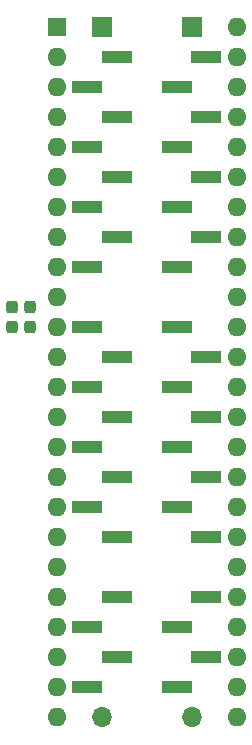
<source format=gbr>
G04 #@! TF.GenerationSoftware,KiCad,Pcbnew,9.0.7-9.0.7~ubuntu25.10.1*
G04 #@! TF.CreationDate,2026-01-14T17:34:39+09:00*
G04 #@! TF.ProjectId,bionic-z8001,62696f6e-6963-42d7-9a38-3030312e6b69,1*
G04 #@! TF.SameCoordinates,Original*
G04 #@! TF.FileFunction,Soldermask,Bot*
G04 #@! TF.FilePolarity,Negative*
%FSLAX46Y46*%
G04 Gerber Fmt 4.6, Leading zero omitted, Abs format (unit mm)*
G04 Created by KiCad (PCBNEW 9.0.7-9.0.7~ubuntu25.10.1) date 2026-01-14 17:34:39*
%MOMM*%
%LPD*%
G01*
G04 APERTURE LIST*
G04 Aperture macros list*
%AMRoundRect*
0 Rectangle with rounded corners*
0 $1 Rounding radius*
0 $2 $3 $4 $5 $6 $7 $8 $9 X,Y pos of 4 corners*
0 Add a 4 corners polygon primitive as box body*
4,1,4,$2,$3,$4,$5,$6,$7,$8,$9,$2,$3,0*
0 Add four circle primitives for the rounded corners*
1,1,$1+$1,$2,$3*
1,1,$1+$1,$4,$5*
1,1,$1+$1,$6,$7*
1,1,$1+$1,$8,$9*
0 Add four rect primitives between the rounded corners*
20,1,$1+$1,$2,$3,$4,$5,0*
20,1,$1+$1,$4,$5,$6,$7,0*
20,1,$1+$1,$6,$7,$8,$9,0*
20,1,$1+$1,$8,$9,$2,$3,0*%
G04 Aperture macros list end*
%ADD10RoundRect,0.237500X0.237500X-0.300000X0.237500X0.300000X-0.237500X0.300000X-0.237500X-0.300000X0*%
%ADD11R,1.600000X1.600000*%
%ADD12O,1.600000X1.600000*%
%ADD13O,1.700000X1.700000*%
%ADD14R,2.510000X1.000000*%
%ADD15R,1.700000X1.700000*%
G04 APERTURE END LIST*
D10*
X102244600Y-100454600D03*
X102244600Y-98729600D03*
X103819400Y-100453500D03*
X103819400Y-98728500D03*
D11*
X106080000Y-75080000D03*
D12*
X106080000Y-77620000D03*
X106080000Y-80160000D03*
X106080000Y-82700000D03*
X106080000Y-85240000D03*
X106080000Y-87780000D03*
X106080000Y-90320000D03*
X106080000Y-92860000D03*
X106080000Y-95400000D03*
X106080000Y-97940000D03*
X106080000Y-100480000D03*
X106080000Y-103020000D03*
X106080000Y-105560000D03*
X106080000Y-108100000D03*
X106080000Y-110640000D03*
X106080000Y-113180000D03*
X106080000Y-115720000D03*
X106080000Y-118260000D03*
X106080000Y-120800000D03*
X106080000Y-123340000D03*
X106080000Y-125880000D03*
X106080000Y-128420000D03*
X106080000Y-130960000D03*
X106080000Y-133500000D03*
X121320000Y-133500000D03*
X121320000Y-130960000D03*
X121320000Y-128420000D03*
X121320000Y-125880000D03*
X121320000Y-123340000D03*
X121320000Y-120800000D03*
X121320000Y-118260000D03*
X121320000Y-115720000D03*
X121320000Y-113180000D03*
X121320000Y-110640000D03*
X121320000Y-108100000D03*
X121320000Y-105560000D03*
X121320000Y-103020000D03*
X121320000Y-100480000D03*
X121320000Y-97940000D03*
X121320000Y-95400000D03*
X121320000Y-92860000D03*
X121320000Y-90320000D03*
X121320000Y-87780000D03*
X121320000Y-85240000D03*
X121320000Y-82700000D03*
X121320000Y-80160000D03*
X121320000Y-77620000D03*
X121320000Y-75080000D03*
D13*
X117484600Y-133500000D03*
D14*
X116240000Y-130960000D03*
X118729200Y-128420000D03*
X116240000Y-125880000D03*
X118729200Y-123340000D03*
X118729200Y-118260000D03*
X116240000Y-115720000D03*
X118729200Y-113180000D03*
X116240000Y-110640000D03*
X118729200Y-108100000D03*
X116240000Y-105560000D03*
X118729200Y-103020000D03*
X116240000Y-100480000D03*
X116240000Y-95400000D03*
X118729200Y-92860000D03*
X116240000Y-90320000D03*
X118729200Y-87780000D03*
X116240000Y-85240000D03*
X118729200Y-82700000D03*
X116240000Y-80160000D03*
X118729200Y-77620000D03*
D15*
X117484600Y-75080000D03*
X109910800Y-75080000D03*
D14*
X111155400Y-77620000D03*
X108666200Y-80160000D03*
X111155400Y-82700000D03*
X108666200Y-85240000D03*
X111155400Y-87780000D03*
X108666200Y-90320000D03*
X111155400Y-92860000D03*
X108666200Y-95400000D03*
X108666200Y-100480000D03*
X111155400Y-103020000D03*
X108666200Y-105560000D03*
X111155400Y-108100000D03*
X108666200Y-110640000D03*
X111155400Y-113180000D03*
X108666200Y-115720000D03*
X111155400Y-118260000D03*
X111155400Y-123340000D03*
X108666200Y-125880000D03*
X111155400Y-128420000D03*
X108666200Y-130960000D03*
D13*
X109910800Y-133500000D03*
M02*

</source>
